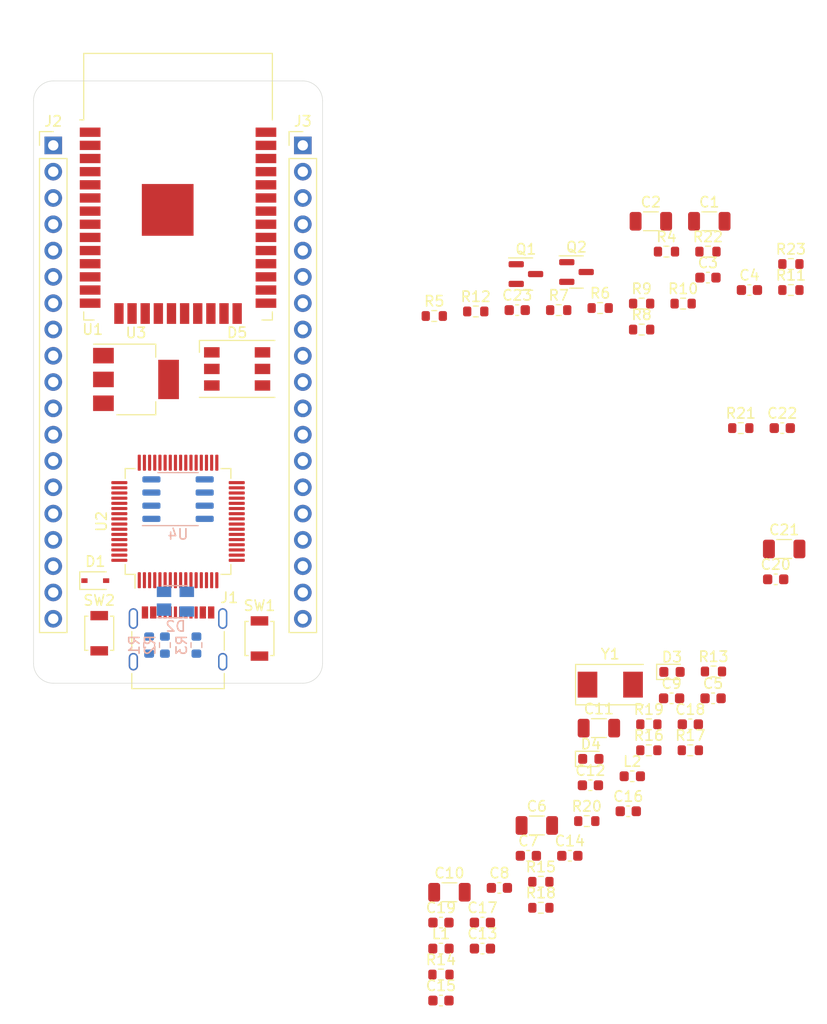
<source format=kicad_pcb>
(kicad_pcb (version 20201220) (generator pcbnew)
  (layers (0 "F.Cu" signal) (31 "B.Cu" signal) (34 "B.Paste" user) (35 "F.Paste" user) (36 "B.SilkS" user "B.Silkscreen") (37 "F.SilkS" user "F.Silkscreen") (38 "B.Mask" user) (39 "F.Mask" user) (44 "Edge.Cuts" user))
  (net 0 "")
  (net 1 "GND")
  (net 2 "+5V")
  (net 3 "+3V3")
  (net 4 "Net-(J1-PadA5)")
  (net 5 "/IO0")
  (net 6 "/EN")
  (net 7 "/USB to JTAG + UART/VPLL")
  (net 8 "Net-(C8-Pad2)")
  (net 9 "Net-(C9-Pad2)")
  (net 10 "Net-(J1-PadB5)")
  (net 11 "Net-(J1-PadS1)")
  (net 12 "/USB to JTAG + UART/VPHY")
  (net 13 "/USB to JTAG + UART/VREG")
  (net 14 "Net-(C23-Pad1)")
  (net 15 "/VBUS")
  (net 16 "/USB_D-")
  (net 17 "/USB_D+")
  (net 18 "Net-(D3-Pad1)")
  (net 19 "Net-(D4-Pad1)")
  (net 20 "no_connect_74")
  (net 21 "Net-(D5-Pad2)")
  (net 22 "no_connect_75")
  (net 23 "no_connect_76")
  (net 24 "/CMD")
  (net 25 "/SD3")
  (net 26 "/SD2")
  (net 27 "/IO13")
  (net 28 "/IO12")
  (net 29 "/IO14")
  (net 30 "/IO27")
  (net 31 "/IO26")
  (net 32 "/IO25")
  (net 33 "/IO33")
  (net 34 "/IO32")
  (net 35 "/IO35")
  (net 36 "/IO34")
  (net 37 "/SENSOR_VN")
  (net 38 "/SENSOR_VP")
  (net 39 "/CLK")
  (net 40 "/SD0")
  (net 41 "/SD1")
  (net 42 "/IO15")
  (net 43 "/IO2")
  (net 44 "/IO4")
  (net 45 "/IO16")
  (net 46 "/IO17")
  (net 47 "/IO5")
  (net 48 "/IO18")
  (net 49 "/IO19")
  (net 50 "/IO21")
  (net 51 "/RXD0")
  (net 52 "/TXD0")
  (net 53 "/IO22")
  (net 54 "/IO23")
  (net 55 "/~RTS")
  (net 56 "Net-(Q1-Pad1)")
  (net 57 "/~DTR")
  (net 58 "Net-(Q2-Pad1)")
  (net 59 "/TXD")
  (net 60 "/RXD")
  (net 61 "/TDI")
  (net 62 "/TDO")
  (net 63 "/TMS")
  (net 64 "/TCK")
  (net 65 "/~TRST")
  (net 66 "/USB to JTAG + UART/EECS")
  (net 67 "/USB to JTAG + UART/EECLK")
  (net 68 "Net-(R15-Pad2)")
  (net 69 "/USB to JTAG + UART/EEDATA")
  (net 70 "Net-(R17-Pad2)")
  (net 71 "Net-(R18-Pad2)")
  (net 72 "/USB to JTAG + UART/~RXLED")
  (net 73 "no_connect_95")
  (net 74 "no_connect_94")
  (net 75 "no_connect_93")
  (net 76 "no_connect_92")
  (net 77 "no_connect_91")
  (net 78 "no_connect_90")
  (net 79 "no_connect_89")
  (net 80 "/~RI")
  (net 81 "/~DCD")
  (net 82 "/~DSR")
  (net 83 "/~CTS")
  (net 84 "no_connect_88")
  (net 85 "no_connect_87")
  (net 86 "no_connect_86")
  (net 87 "no_connect_85")
  (net 88 "no_connect_84")
  (net 89 "no_connect_83")
  (net 90 "no_connect_82")
  (net 91 "no_connect_81")
  (net 92 "no_connect_80")
  (net 93 "no_connect_79")
  (net 94 "no_connect_78")
  (net 95 "no_connect_77")
  (footprint "RF_Module:ESP32-WROOM-32" (layer "F.Cu") (at 67.31 57.785)
    (fp_text reference "U1" (at -8.255 10.795 180) (layer "F.SilkS"))
    (fp_text value "ESP32-WROOM-32")
    (pad "1" smd rect (at -8.5 -8.255) (size 2 0.9) (layers "F.Cu" "F.Paste" "F.Mask") (net 1 "GND"))
    (pad "2" smd rect (at -8.5 -6.985) (size 2 0.9) (layers "F.Cu" "F.Paste" "F.Mask") (net 3 "+3V3"))
    (pad "3" smd rect (at -8.5 -5.715) (size 2 0.9) (layers "F.Cu" "F.Paste" "F.Mask") (net 6 "/EN"))
    (pad "4" smd rect (at -8.5 -4.445) (size 2 0.9) (layers "F.Cu" "F.Paste" "F.Mask") (net 38 "/SENSOR_VP"))
    (pad "5" smd rect (at -8.5 -3.175) (size 2 0.9) (layers "F.Cu" "F.Paste" "F.Mask") (net 37 "/SENSOR_VN"))
    (pad "6" smd rect (at -8.5 -1.905) (size 2 0.9) (layers "F.Cu" "F.Paste" "F.Mask") (net 36 "/IO34"))
    (pad "7" smd rect (at -8.5 -0.635) (size 2 0.9) (layers "F.Cu" "F.Paste" "F.Mask") (net 35 "/IO35"))
    (pad "8" smd rect (at -8.5 0.635) (size 2 0.9) (layers "F.Cu" "F.Paste" "F.Mask") (net 34 "/IO32"))
    (pad "9" smd rect (at -8.5 1.905) (size 2 0.9) (layers "F.Cu" "F.Paste" "F.Mask") (net 33 "/IO33"))
    (pad "10" smd rect (at -8.5 3.175) (size 2 0.9) (layers "F.Cu" "F.Paste" "F.Mask") (net 32 "/IO25"))
    (pad "11" smd rect (at -8.5 4.445) (size 2 0.9) (layers "F.Cu" "F.Paste" "F.Mask") (net 31 "/IO26"))
    (pad "12" smd rect (at -8.5 5.715) (size 2 0.9) (layers "F.Cu" "F.Paste" "F.Mask") (net 30 "/IO27"))
    (pad "13" smd rect (at -8.5 6.985) (size 2 0.9) (layers "F.Cu" "F.Paste" "F.Mask") (net 29 "/IO14"))
    (pad "14" smd rect (at -8.5 8.255) (size 2 0.9) (layers "F.Cu" "F.Paste" "F.Mask") (net 28 "/IO12"))
    (pad "15" smd rect (at -5.715 9.255 90) (size 2 0.9) (layers "F.Cu" "F.Paste" "F.Mask") (net 1 "GND"))
    (pad "16" smd rect (at -4.445 9.255 90) (size 2 0.9) (layers "F.Cu" "F.Paste" "F.Mask") (net 27 "/IO13"))
    (pad "17" smd rect (at -3.175 9.255 90) (size 2 0.9) (layers "F.Cu" "F.Paste" "F.Mask") (net 26 "/SD2"))
    (pad "18" smd rect (at -1.905 9.255 90) (size 2 0.9) (layers "F.Cu" "F.Paste" "F.Mask") (net 25 "/SD3"))
    (pad "19" smd rect (at -0.635 9.255 90) (size 2 0.9) (layers "F.Cu" "F.Paste" "F.Mask") (net 24 "/CMD"))
    (pad "20" smd rect (at 0.635 9.255 90) (size 2 0.9) (layers "F.Cu" "F.Paste" "F.Mask") (net 39 "/CLK"))
    (pad "21" smd rect (at 1.905 9.255 90) (size 2 0.9) (layers "F.Cu" "F.Paste" "F.Mask") (net 40 "/SD0"))
    (pad "22" smd rect (at 3.175 9.255 90) (size 2 0.9) (layers "F.Cu" "F.Paste" "F.Mask") (net 41 "/SD1"))
    (pad "23" smd rect (at 4.445 9.255 90) (size 2 0.9) (layers "F.Cu" "F.Paste" "F.Mask") (net 42 "/IO15"))
    (pad "24" smd rect (at 5.715 9.255 90) (size 2 0.9) (layers "F.Cu" "F.Paste" "F.Mask") (net 43 "/IO2"))
    (pad "25" smd rect (at 8.5 8.255) (size 2 0.9) (layers "F.Cu" "F.Paste" "F.Mask") (net 5 "/IO0"))
    (pad "26" smd rect (at 8.5 6.985) (size 2 0.9) (layers "F.Cu" "F.Paste" "F.Mask") (net 44 "/IO4"))
    (pad "27" smd rect (at 8.5 5.715) (size 2 0.9) (layers "F.Cu" "F.Paste" "F.Mask") (net 45 "/IO16"))
    (pad "28" smd rect (at 8.5 4.445) (size 2 0.9) (layers "F.Cu" "F.Paste" "F.Mask") (net 46 "/IO17"))
    (pad "29" smd rect (at 8.5 3.175) (size 2 0.9) (layers "F.Cu" "F.Paste" "F.Mask") (net 47 "/IO5"))
    (pad "30" smd rect (at 8.5 1.905) (size 2 0.9) (layers "F.Cu" "F.Paste" "F.Mask") (net 48 "/IO18"))
    (pad "31" smd rect (at 8.5 0.635) (size 2 0.9) (layers "F.Cu" "F.Paste" "F.Mask") (net 49 "/IO19"))
    (pad "32" smd rect (at 8.5 -0.635) (size 2 0.9) (layers "F.Cu" "F.Paste" "F.Mask"))
    (pad "33" smd rect (at 8.5 -1.905) (size 2 0.9) (layers "F.Cu" "F.Paste" "F.Mask") (net 50 "/IO21"))
    (pad "34" smd rect (at 8.5 -3.175) (size 2 0.9) (layers "F.Cu" "F.Paste" "F.Mask") (net 51 "/RXD0"))
    (pad "35" smd rect (at 8.5 -4.445) (size 2 0.9) (layers "F.Cu" "F.Paste" "F.Mask") (net 52 "/TXD0"))
    (pad "36" smd rect (at 8.5 -5.715) (size 2 0.9) (layers "F.Cu" "F.Paste" "F.Mask") (net 53 "/IO22"))
    (pad "37" smd rect (at 8.5 -6.985) (size 2 0.9) (layers "F.Cu" "F.Paste" "F.Mask") (net 54 "/IO23"))
    (pad "38" smd rect (at 8.5 -8.255) (size 2 0.9) (layers "F.Cu" "F.Paste" "F.Mask") (net 1 "GND"))
    (pad "39" smd rect (at -1 -0.755) (size 5 5) (layers "F.Cu" "F.Paste" "F.Mask") (net 1 "GND"))
  )
  (footprint "Capacitor_SMD:C_1206_3216Metric" (layer "F.Cu") (at 113.025 58.13)
    (fp_text reference "C2" (at 0 -1.85) (layer "F.SilkS"))
    (fp_text value "10uF/25V")
    (pad "1" smd roundrect (at -1.475 0) (size 1.15 1.8) (layers "F.Cu" "F.Paste" "F.Mask") (roundrect_rratio 0.217391) (net 3 "+3V3"))
    (pad "2" smd roundrect (at 1.475 0) (size 1.15 1.8) (layers "F.Cu" "F.Paste" "F.Mask") (roundrect_rratio 0.217391) (net 1 "GND"))
  )
  (footprint "Package_TO_SOT_SMD:SOT-23" (layer "F.Cu") (at 105.835 63.03)
    (fp_text reference "Q2" (at 0 -2.4) (layer "F.SilkS"))
    (fp_text value "SS8050-G")
    (pad "1" smd roundrect (at -0.9375 -0.95) (size 1.475 0.6) (layers "F.Cu" "F.Paste" "F.Mask") (net 58 "Net-(Q2-Pad1)"))
    (pad "2" smd roundrect (at -0.9375 0.95) (size 1.475 0.6) (layers "F.Cu" "F.Paste" "F.Mask") (net 57 "/~DTR"))
    (pad "3" smd roundrect (at 0.9375 0) (size 1.475 0.6) (layers "F.Cu" "F.Paste" "F.Mask") (net 5 "/IO0"))
  )
  (footprint "Resistor_SMD:R_0603_1608Metric" (layer "F.Cu") (at 118.545 61.06)
    (fp_text reference "R22" (at 0 -1.43) (layer "F.SilkS"))
    (fp_text value "150")
    (pad "1" smd roundrect (at -0.825 0) (size 0.8 0.95) (layers "F.Cu" "F.Paste" "F.Mask") (net 2 "+5V"))
    (pad "2" smd roundrect (at 0.825 0) (size 0.8 0.95) (layers "F.Cu" "F.Paste" "F.Mask") (net 14 "Net-(C23-Pad1)"))
  )
  (footprint "Resistor_SMD:R_0603_1608Metric" (layer "F.Cu") (at 92.085 67.28)
    (fp_text reference "R5" (at 0 -1.43) (layer "F.SilkS"))
    (fp_text value "10k")
    (pad "1" smd roundrect (at -0.825 0) (size 0.8 0.95) (layers "F.Cu" "F.Paste" "F.Mask") (net 55 "/~RTS"))
    (pad "2" smd roundrect (at 0.825 0) (size 0.8 0.95) (layers "F.Cu" "F.Paste" "F.Mask") (net 58 "Net-(Q2-Pad1)"))
  )
  (footprint "LED_SMD:LED_WS2812_PLCC6_5.0x5.0mm_P1.6mm" (layer "F.Cu") (at 73.025 72.39)
    (fp_text reference "D5" (at 0 -3.5) (layer "F.SilkS"))
    (fp_text value "WS2812")
    (pad "1" smd rect (at -2.45 -1.6) (size 1.5 1) (layers "F.Cu" "F.Paste" "F.Mask") (net 20 "no_connect_74"))
    (pad "2" smd rect (at -2.45 0) (size 1.5 1) (layers "F.Cu" "F.Paste" "F.Mask") (net 21 "Net-(D5-Pad2)"))
    (pad "3" smd rect (at -2.45 1.6) (size 1.5 1) (layers "F.Cu" "F.Paste" "F.Mask") (net 14 "Net-(C23-Pad1)"))
    (pad "4" smd rect (at 2.45 1.6) (size 1.5 1) (layers "F.Cu" "F.Paste" "F.Mask"))
    (pad "5" smd rect (at 2.45 0) (size 1.5 1) (layers "F.Cu" "F.Paste" "F.Mask") (net 2 "+5V"))
    (pad "6" smd rect (at 2.45 -1.6) (size 1.5 1) (layers "F.Cu" "F.Paste" "F.Mask") (net 1 "GND"))
  )
  (footprint "Connector_USB:USB_C_Receptacle_Palconn_UTC16-G" (layer "F.Cu") (at 67.31 98.425)
    (fp_text reference "J1" (at 4.953 -3.937) (layer "F.SilkS"))
    (fp_text value "DX07S016JA1R1500")
    (pad "" np_thru_hole circle (at -2.89 -1.45 180) (size 0.6 0.6) (drill 0.6) (layers *.Cu *.Mask))
    (pad "" np_thru_hole circle (at 2.89 -1.45 180) (size 0.6 0.6) (drill 0.6) (layers *.Cu *.Mask))
    (pad "A1" smd rect (at -3.2 -2.51) (size 0.6 1.16) (layers "F.Cu" "F.Paste" "F.Mask") (net 1 "GND"))
    (pad "A4" smd rect (at -2.4 -2.51) (size 0.6 1.16) (layers "F.Cu" "F.Paste" "F.Mask") (net 15 "/VBUS"))
    (pad "A5" smd rect (at -1.25 -2.51 180) (size 0.3 1.16) (layers "F.Cu" "F.Paste" "F.Mask") (net 4 "Net-(J1-PadA5)"))
    (pad "A6" smd rect (at -0.25 -2.51 180) (size 0.3 1.16) (layers "F.Cu" "F.Paste" "F.Mask") (net 17 "/USB_D+"))
    (pad "A7" smd rect (at 0.25 -2.51 180) (size 0.3 1.16) (layers "F.Cu" "F.Paste" "F.Mask") (net 16 "/USB_D-"))
    (pad "A8" smd rect (at 1.25 -2.51 180) (size 0.3 1.16) (layers "F.Cu" "F.Paste" "F.Mask") (net 22 "no_connect_75"))
    (pad "A9" smd rect (at 2.4 -2.51) (size 0.6 1.16) (layers "F.Cu" "F.Paste" "F.Mask") (net 15 "/VBUS"))
    (pad "A12" smd rect (at 3.2 -2.51) (size 0.6 1.16) (layers "F.Cu" "F.Paste" "F.Mask") (net 1 "GND"))
    (pad "B1" smd rect (at 3.2 -2.51) (size 0.6 1.16) (layers "F.Cu" "F.Paste" "F.Mask") (net 1 "GND"))
    (pad "B4" smd rect (at 2.4 -2.51) (size 0.6 1.16) (layers "F.Cu" "F.Paste" "F.Mask") (net 15 "/VBUS"))
    (pad "B5" smd rect (at 1.75 -2.51 180) (size 0.3 1.16) (layers "F.Cu" "F.Paste" "F.Mask") (net 10 "Net-(J1-PadB5)"))
    (pad "B6" smd rect (at 0.75 -2.51 180) (size 0.3 1.16) (layers "F.Cu" "F.Paste" "F.Mask") (net 17 "/USB_D+"))
    (pad "B7" smd rect (at -0.75 -2.51 180) (size 0.3 1.16) (layers "F.Cu" "F.Paste" "F.Mask") (net 16 "/USB_D-"))
    (pad "B8" smd rect (at -1.75 -2.51 180) (size 0.3 1.16) (layers "F.Cu" "F.Paste" "F.Mask") (net 23 "no_connect_76"))
    (pad "B9" smd rect (at -2.4 -2.51) (size 0.6 1.16) (layers "F.Cu" "F.Paste" "F.Mask") (net 15 "/VBUS"))
    (pad "B12" smd rect (at -3.2 -2.51) (size 0.6 1.16) (layers "F.Cu" "F.Paste" "F.Mask") (net 1 "GND"))
    (pad "S1" thru_hole oval (at 4.32 2.24 90) (size 1.7 0.9) (drill oval 1.4 0.6) (layers *.Cu *.Mask) (net 11 "Net-(J1-PadS1)"))
    (pad "S1" thru_hole oval (at -4.32 2.24 90) (size 1.7 0.9) (drill oval 1.4 0.6) (layers *.Cu *.Mask) (net 11 "Net-(J1-PadS1)"))
    (pad "S1" thru_hole oval (at 4.32 -1.93 90) (size 2 0.9) (drill oval 1.7 0.6) (layers *.Cu *.Mask) (net 11 "Net-(J1-PadS1)"))
    (pad "S1" thru_hole oval (at -4.32 -1.93 90) (size 2 0.9) (drill oval 1.7 0.6) (layers *.Cu *.Mask) (net 11 "Net-(J1-PadS1)"))
  )
  (footprint "Resistor_SMD:R_0603_1608Metric" (layer "F.Cu") (at 112.83 109.22)
    (fp_text reference "R16" (at 0 -1.43) (layer "F.SilkS"))
    (fp_text value "10k")
    (pad "1" smd roundrect (at -0.825 0) (size 0.8 0.95) (layers "F.Cu" "F.Paste" "F.Mask") (net 3 "+3V3"))
    (pad "2" smd roundrect (at 0.825 0) (size 0.8 0.95) (layers "F.Cu" "F.Paste" "F.Mask") (net 68 "Net-(R15-Pad2)"))
  )
  (footprint "Resistor_SMD:R_0603_1608Metric" (layer "F.Cu") (at 112.135 68.59)
    (fp_text reference "R8" (at 0 -1.43) (layer "F.SilkS"))
    (fp_text value "1k")
    (pad "1" smd roundrect (at -0.825 0) (size 0.8 0.95) (layers "F.Cu" "F.Paste" "F.Mask") (net 61 "/TDI"))
    (pad "2" smd roundrect (at 0.825 0) (size 0.8 0.95) (layers "F.Cu" "F.Paste" "F.Mask") (net 28 "/IO12"))
  )
  (footprint "Diode_SMD:D_SOD-323" (layer "F.Cu") (at 59.309 92.837)
    (fp_text reference "D1" (at 0 -1.85) (layer "F.SilkS"))
    (fp_text value "BAT760")
    (pad "1" smd rect (at -1.05 0) (size 0.6 0.45) (layers "F.Cu" "F.Paste" "F.Mask") (net 2 "+5V"))
    (pad "2" smd rect (at 1.05 0) (size 0.6 0.45) (layers "F.Cu" "F.Paste" "F.Mask") (net 15 "/VBUS"))
  )
  (footprint "Capacitor_SMD:C_0603_1608Metric" (layer "F.Cu") (at 96.74 125.86)
    (fp_text reference "C17" (at 0 -1.43) (layer "F.SilkS"))
    (fp_text value "100nF/50V")
    (pad "1" smd roundrect (at -0.775 0) (size 0.9 0.95) (layers "F.Cu" "F.Paste" "F.Mask") (net 3 "+3V3"))
    (pad "2" smd roundrect (at 0.775 0) (size 0.9 0.95) (layers "F.Cu" "F.Paste" "F.Mask") (net 1 "GND"))
  )
  (footprint "Resistor_SMD:R_0603_1608Metric" (layer "F.Cu") (at 119.08 101.61)
    (fp_text reference "R13" (at 0 -1.43) (layer "F.SilkS"))
    (fp_text value "10k")
    (pad "1" smd roundrect (at -0.825 0) (size 0.8 0.95) (layers "F.Cu" "F.Paste" "F.Mask") (net 3 "+3V3"))
    (pad "2" smd roundrect (at 0.825 0) (size 0.8 0.95) (layers "F.Cu" "F.Paste" "F.Mask") (net 66 "/USB to JTAG + UART/EECS"))
  )
  (footprint "Connector_PinHeader_2.54mm:PinHeader_1x19_P2.54mm_Vertical" (layer "F.Cu") (at 79.375 50.8)
    (fp_text reference "J3" (at 0 -2.33) (layer "F.SilkS"))
    (fp_text value "Conn_01x19")
    (pad "1" thru_hole rect (at 0 0) (size 1.7 1.7) (drill 1) (layers *.Cu *.Mask) (net 1 "GND"))
    (pad "2" thru_hole oval (at 0 2.54) (size 1.7 1.7) (drill 1) (layers *.Cu *.Mask) (net 54 "/IO23"))
    (pad "3" thru_hole oval (at 0 5.08) (size 1.7 1.7) (drill 1) (layers *.Cu *.Mask) (net 53 "/IO22"))
    (pad "4" thru_hole oval (at 0 7.62) (size 1.7 1.7) (drill 1) (layers *.Cu *.Mask) (net 52 "/TXD0"))
    (pad "5" thru_hole oval (at 0 10.16) (size 1.7 1.7) (drill 1) (layers *.Cu *.Mask) (net 51 "/RXD0"))
    (pad "6" thru_hole oval (at 0 12.7) (size 1.7 1.7) (drill 1) (layers *.Cu *.Mask) (net 50 "/IO21"))
    (pad "7" thru_hole oval (at 0 15.24) (size 1.7 1.7) (drill 1) (layers *.Cu *.Mask) (net 1 "GND"))
    (pad "8" thru_hole oval (at 0 17.78) (size 1.7 1.7) (drill 1) (layers *.Cu *.Mask) (net 49 "/IO19"))
    (pad "9" thru_hole oval (at 0 20.32) (size 1.7 1.7) (drill 1) (layers *.Cu *.Mask) (net 48 "/IO18"))
    (pad "10" thru_hole oval (at 0 22.86) (size 1.7 1.7) (drill 1) (layers *.Cu *.Mask) (net 47 "/IO5"))
    (pad "11" thru_hole oval (at 0 25.4) (size 1.7 1.7) (drill 1) (layers *.Cu *.Mask) (net 46 "/IO17"))
    (pad "12" thru_hole oval (at 0 27.94) (size 1.7 1.7) (drill 1) (layers *.Cu *.Mask) (net 45 "/IO16"))
    (pad "13" thru_hole oval (at 0 30.48) (size 1.7 1.7) (drill 1) (layers *.Cu *.Mask) (net 44 "/IO4"))
    (pad "14" thru_hole oval (at 0 33.02) (size 1.7 1.7) (drill 1) (layers *.Cu *.Mask) (net 5 "/IO0"))
    (pad "15" thru_hole oval (at 0 35.56) (size 1.7 1.7) (drill 1) (layers *.Cu *.Mask) (net 43 "/IO2"))
    (pad "16" thru_hole oval (at 0 38.1) (size 1.7 1.7) (drill 1) (layers *.Cu *.Mask) (net 42 "/IO15"))
    (pad "17" thru_hole oval (at 0 40.64) (size 1.7 1.7) (drill 1) (layers *.Cu *.Mask) (net 41 "/SD1"))
    (pad "18" thru_hole oval (at 0 43.18) (size 1.7 1.7) (drill 1) (layers *.Cu *.Mask) (net 40 "/SD0"))
    (pad "19" thru_hole oval (at 0 45.72) (size 1.7 1.7) (drill 1) (layers *.Cu *.Mask) (net 39 "/CLK"))
  )
  (footprint "Capacitor_SMD:C_1206_3216Metric" (layer "F.Cu") (at 118.675 58.13)
    (fp_text reference "C1" (at 0 -1.85) (layer "F.SilkS"))
    (fp_text value "10uF/25V")
    (pad "1" smd roundrect (at -1.475 0) (size 1.15 1.8) (layers "F.Cu" "F.Paste" "F.Mask") (roundrect_rratio 0.217391) (net 2 "+5V"))
    (pad "2" smd roundrect (at 1.475 0) (size 1.15 1.8) (layers "F.Cu" "F.Paste" "F.Mask") (roundrect_rratio 0.217391) (net 1 "GND"))
  )
  (footprint "Inductor_SMD:L_0603_1608Metric" (layer "F.Cu") (at 111.23 111.73)
    (fp_text reference "L2" (at 0 -1.43) (layer "F.SilkS"))
    (fp_text value "HZ0805E601R-10")
    (pad "1" smd roundrect (at -0.7875 0) (size 0.875 0.95) (layers "F.Cu" "F.Paste" "F.Mask") (net 3 "+3V3"))
    (pad "2" smd roundrect (at 0.7875 0) (size 0.875 0.95) (layers "F.Cu" "F.Paste" "F.Mask") (net 12 "/USB to JTAG + UART/VPHY"))
  )
  (footprint "Resistor_SMD:R_0603_1608Metric" (layer "F.Cu") (at 112.135 66.08)
    (fp_text reference "R9" (at 0 -1.43) (layer "F.SilkS"))
    (fp_text value "1k")
    (pad "1" smd roundrect (at -0.825 0) (size 0.8 0.95) (layers "F.Cu" "F.Paste" "F.Mask") (net 62 "/TDO"))
    (pad "2" smd roundrect (at 0.825 0) (size 0.8 0.95) (layers "F.Cu" "F.Paste" "F.Mask") (net 42 "/IO15"))
  )
  (footprint "Connector_PinHeader_2.54mm:PinHeader_1x19_P2.54mm_Vertical" (layer "F.Cu") (at 55.245 50.8)
    (fp_text reference "J2" (at 0 -2.33) (layer "F.SilkS"))
    (fp_text value "Conn_01x19")
    (pad "1" thru_hole rect (at 0 0) (size 1.7 1.7) (drill 1) (layers *.Cu *.Mask) (net 3 "+3V3"))
    (pad "2" thru_hole oval (at 0 2.54) (size 1.7 1.7) (drill 1) (layers *.Cu *.Mask) (net 6 "/EN"))
    (pad "3" thru_hole oval (at 0 5.08) (size 1.7 1.7) (drill 1) (layers *.Cu *.Mask) (net 38 "/SENSOR_VP"))
    (pad "4" thru_hole oval (at 0 7.62) (size 1.7 1.7) (drill 1) (layers *.Cu *.Mask) (net 37 "/SENSOR_VN"))
    (pad "5" thru_hole oval (at 0 10.16) (size 1.7 1.7) (drill 1) (layers *.Cu *.Mask) (net 36 "/IO34"))
    (pad "6" thru_hole oval (at 0 12.7) (size 1.7 1.7) (drill 1) (layers *.Cu *.Mask) (net 35 "/IO35"))
    (pad "7" thru_hole oval (at 0 15.24) (size 1.7 1.7) (drill 1) (layers *.Cu *.Mask) (net 34 "/IO32"))
    (pad "8" thru_hole oval (at 0 17.78) (size 1.7 1.7) (drill 1) (layers *.Cu *.Mask) (net 33 "/IO33"))
    (pad "9" thru_hole oval (at 0 20.32) (size 1.7 1.7) (drill 1) (layers *.Cu *.Mask) (net 32 "/IO25"))
    (pad "10" thru_hole oval (at 0 22.86) (size 1.7 1.7) (drill 1) (layers *.Cu *.Mask) (net 31 "/IO26"))
    (pad "11" thru_hole oval (at 0 25.4) (size 1.7 1.7) (drill 1) (layers *.Cu *.Mask) (net 30 "/IO27"))
    (pad "12" thru_hole oval (at 0 27.94) (size 1.7 1.7) (drill 1) (layers *.Cu *.Mask) (net 29 "/IO14"))
    (pad "13" thru_hole oval (at 0 30.48) (size 1.7 1.7) (drill 1) (layers *.Cu *.Mask) (net 28 "/IO12"))
    (pad "14" thru_hole oval (at 0 33.02) (size 1.7 1.7) (drill 1) (layers *.Cu *.Mask) (net 1 "GND"))
    (pad "15" thru_hole oval (at 0 35.56) (size 1.7 1.7) (drill 1) (layers *.Cu *.Mask) (net 27 "/IO13"))
    (pad "16" thru_hole oval (at 0 38.1) (size 1.7 1.7) (drill 1) (layers *.Cu *.Mask) (net 26 "/SD2"))
    (pad "17" thru_hole oval (at 0 40.64) (size 1.7 1.7) (drill 1) (layers *.Cu *.Mask) (net 25 "/SD3"))
    (pad "18" thru_hole oval (at 0 43.18) (size 1.7 1.7) (drill 1) (layers *.Cu *.Mask) (net 24 "/CMD"))
    (pad "19" thru_hole oval (at 0 45.72) (size 1.7 1.7) (drill 1) (layers *.Cu *.Mask) (net 2 "+5V"))
  )
  (footprint "Package_QFP:LQFP-64_10x10mm_P0.5mm" (layer "F.Cu") (at 67.31 87.122 90)
    (fp_text reference "U2" (at 0 -7.4 90) (layer "F.SilkS"))
    (fp_text value "FT2232HL")
    (pad "1" smd roundrect (at -5.675 -3.75 90) (size 1.55 0.3) (layers "F.Cu" "F.Paste" "F.Mask") (net 1 "GND"))
    (pad "2" smd roundrect (at -5.675 -3.25 90) (size 1.55 0.3) (layers "F.Cu" "F.Paste" "F.Mask") (net 8 "Net-(C8-Pad2)"))
    (pad "3" smd roundrect (at -5.675 -2.75 90) (size 1.55 0.3) (layers "F.Cu" "F.Paste" "F.Mask") (net 9 "Net-(C9-Pad2)"))
    (pad "4" smd roundrect (at -5.675 -2.25 90) (size 1.55 0.3) (layers "F.Cu" "F.Paste" "F.Mask") (net 12 "/USB to JTAG + UART/VPHY"))
    (pad "5" smd roundrect (at -5.675 -1.75 90) (size 1.55 0.3) (layers "F.Cu" "F.Paste" "F.Mask") (net 1 "GND"))
    (pad "6" smd roundrect (at -5.675 -1.25 90) (size 1.55 0.3) (layers "F.Cu" "F.Paste" "F.Mask") (net 70 "Net-(R17-Pad2)"))
    (pad "7" smd roundrect (at -5.675 -0.75 90) (size 1.55 0.3) (layers "F.Cu" "F.Paste" "F.Mask") (net 16 "/USB_D-"))
    (pad "8" smd roundrect (at -5.675 -0.25 90) (size 1.55 0.3) (layers "F.Cu" "F.Paste" "F.Mask") (net 17 "/USB_D+"))
    (pad "9" smd roundrect (at -5.675 0.25 90) (size 1.55 0.3) (layers "F.Cu" "F.Paste" "F.Mask") (net 7 "/USB to JTAG + UART/VPLL"))
    (pad "10" smd roundrect (at -5.675 0.75 90) (size 1.55 0.3) (layers "F.Cu" "F.Paste" "F.Mask") (net 1 "GND"))
    (pad "11" smd roundrect (at -5.675 1.25 90) (size 1.55 0.3) (layers "F.Cu" "F.Paste" "F.Mask") (net 1 "GND"))
    (pad "12" smd roundrect (at -5.675 1.75 90) (size 1.55 0.3) (layers "F.Cu" "F.Paste" "F.Mask") (net 13 "/USB to JTAG + UART/VREG"))
    (pad "13" smd roundrect (at -5.675 2.25 90) (size 1.55 0.3) (layers "F.Cu" "F.Paste" "F.Mask") (net 1 "GND"))
    (pad "14" smd roundrect (at -5.675 2.75 90) (size 1.55 0.3) (layers "F.Cu" "F.Paste" "F.Mask") (net 71 "Net-(R18-Pad2)"))
    (pad "15" smd roundrect (at -5.675 3.25 90) (size 1.55 0.3) (layers "F.Cu" "F.Paste" "F.Mask") (net 1 "GND"))
    (pad "16" smd roundrect (at -5.675 3.75 90) (size 1.55 0.3) (layers "F.Cu" "F.Paste" "F.Mask") (net 64 "/TCK"))
    (pad "17" smd roundrect (at -3.75 5.675 90) (size 0.3 1.55) (layers "F.Cu" "F.Paste" "F.Mask") (net 61 "/TDI"))
    (pad "18" smd roundrect (at -3.25 5.675 90) (size 0.3 1.55) (layers "F.Cu" "F.Paste" "F.Mask") (net 62 "/TDO"))
    (pad "19" smd roundrect (at -2.75 5.675 90) (size 0.3 1.55) (layers "F.Cu" "F.Paste" "F.Mask") (net 63 "/TMS"))
    (pad "20" smd roundrect (at -2.25 5.675 90) (size 0.3 1.55) (layers "F.Cu" "F.Paste" "F.Mask") (net 3 "+3V3"))
    (pad "21" smd roundrect (at -1.75 5.675 90) (size 0.3 1.55) (layers "F.Cu" "F.Paste" "F.Mask") (net 95 "no_connect_77"))
    (pad "22" smd roundrect (at -1.25 5.675 90) (size 0.3 1.55) (layers "F.Cu" "F.Paste" "F.Mask") (net 65 "/~TRST"))
    (pad "23" smd roundrect (at -0.75 5.675 90) (size 0.3 1.55) (layers "F.Cu" "F.Paste" "F.Mask") (net 94 "no_connect_78"))
    (pad "24" smd roundrect (at -0.25 5.675 90) (size 0.3 1.55) (layers "F.Cu" "F.Paste" "F.Mask") (net 93 "no_connect_79"))
    (pad "25" smd roundrect (at 0.25 5.675 90) (size 0.3 1.55) (layers "F.Cu" "F.Paste" "F.Mask") (net 1 "GND"))
    (pad "26" smd roundrect (at 0.75 5.675 90) (size 0.3 1.55) (layers "F.Cu" "F.Paste" "F.Mask") (net 92 "no_connect_80"))
    (pad "27" smd roundrect (at 1.25 5.675 90) (size 0.3 1.55) (layers "F.Cu" "F.Paste" "F.Mask") (net 91 "no_connect_81"))
    (pad "28" smd roundrect (at 1.75 5.675 90) (size 0.3 1.55) (layers "F.Cu" "F.Paste" "F.Mask") (net 90 "no_connect_82"))
    (pad "29" smd roundrect (at 2.25 5.675 90) (size 0.3 1.55) (layers "F.Cu" "F.Paste" "F.Mask") (net 89 "no_connect_83"))
    (pad "30" smd roundrect (at 2.75 5.675 90) (size 0.3 1.55) (layers "F.Cu" "F.Paste" "F.Mask") (net 88 "no_connect_84"))
    (pad "31" smd roundrect (at 3.25 5.675 90) (size 0.3 1.55) (layers "F.Cu" "F.Paste" "F.Mask") (net 3 "+3V3"))
    (pad "32" smd roundrect (at 3.75 5.675 90) (size 0.3 1.55) (layers "F.Cu" "F.Paste" "F.Mask") (net 87 "no_connect_85"))
    (pad "33" smd roundrect (at 5.675 3.75 90) (size 1.55 0.3) (layers "F.Cu" "F.Paste" "F.Mask") (net 86 "no_connect_86"))
    (pad "34" smd roundrect (at 5.675 3.25 90) (size 1.55 0.3) (layers "F.Cu" "F.Paste" "F.Mask") (net 85 "no_connect_87"))
    (pad "35" smd roundrect (at 5.675 2.75 90) (size 1.55 0.3) (layers "F.Cu" "F.Paste" "F.Mask") (net 1 "GND"))
    (pad "36" smd roundrect (at 5.675 2.25 90) (size 1.55 0.3) (layers "F.Cu" "F.Paste" "F.Mask") (net 84 "no_connect_88"))
    (pad "37" smd roundrect (at 5.675 1.75 90) (size 1.55 0.3) (layers "F.Cu" "F.Paste" "F.Mask") (net 13 "/USB to JTAG + UART/VREG"))
    (pad "38" smd roundrect (at 5.675 1.25 90) (size 1.55 0.3) (layers "F.Cu" "F.Paste" "F.Mask") (net 59 "/TXD"))
    (pad "39" smd roundrect (at 5.675 0.75 90) (size 1.55 0.3) (layers "F.Cu" "F.Paste" "F.Mask") (net 60 "/RXD"))
    (pad "40" smd roundrect (at 5.675 0.25 90) (size 1.55 0.3) (layers "F.Cu" "F.Paste" "F.Mask") (net 55 "/~RTS"))
    (pad "41" smd roundrect (at 5.675 -0.25 90) (size 1.55 0.3) (layers "F.Cu" "F.Paste" "F.Mask") (net 83 "/~CTS"))
    (pad "42" smd roundrect (at 5.675 -0.75 90) (size 1.55 0.3) (layers "F.Cu" "F.Paste" "F.Mask") (net 3 "+3V3"))
    (pad "43" smd roundrect (at 5.675 -1.25 90) (size 1.55 0.3) (layers "F.Cu" "F.Paste" "F.Mask") (net 57 "/~DTR"))
    (pad "44" smd roundrect (at 5.675 -1.75 90) (size 1.55 0.3) (layers "F.Cu" "F.Paste" "F.Mask") (net 82 "/~DSR"))
    (pad "45" smd roundrect (at 5.675 -2.25 90) (size 1.55 0.3) (layers "F.Cu" "F.Paste" "F.Mask") (net 81 "/~DCD"))
    (pad "46" smd roundrect (at 5.675 -2.75 90) (size 1.55 0.3) (layers "F.Cu" "F.Paste" "F.Mask") (net 80 "/~RI"))
    (pad "47" smd roundrect (at 5.675 -3.25 90) (size 1.55 0.3) (layers "F.Cu" "F.Paste" "F.Mask") (net 1 "GND"))
    (pad "48" smd roundrect (at 5.675 -3.75 90) (size 1.55 0.3) (layers "F.Cu" "F.Paste" "F.Mask") (net 79 "no_connect_89"))
    (pad "49" smd roundrect (at 3.75 -5.675 90) (size 0.3 1.55) (layers "F.Cu" "F.Paste" "F.Mask") (net 13 "/USB to JTAG + UART/VREG"))
    (pad "50" smd roundrect (at 3.25 -5.675 90) (size 0.3 1.55) (layers "F.Cu" "F.Paste" "F.Mask") (net 3 "+3V3"))
    (pad "51" smd roundrect (at 2.75 -5.675 90) (size 0.3 1.55) (layers "F.Cu" "F.Paste" "F.Mask") (net 1 "GND"))
    (pad "52" smd roundrect (at 2.25 -5.675 90) (size 0.3 1.55) (layers "F.Cu" "F.Paste" "F.Mask") (net 78 "no_connect_90"))
    (pad "53" smd roundrect (at 1.75 -5.675 90) (size 0.3 1.55) (layers "F.Cu" "F.Paste" "F.Mask") (net 77 "no_connect_91"))
    (pad "54" smd roundrect (at 1.25 -5.675 90) (size 0.3 1.55) (layers "F.Cu" "F.Paste" "F.Mask") (net 72 "/USB to JTAG + UART/~RXLED"))
    (pad "55" smd roundrect (at 0.75 -5.675 90) (size 0.3 1.55) (layers "F.Cu" "F.Paste" "F.Mask") (net 72 "/USB to JTAG + UART/~RXLED"))
    (pad "56" smd roundrect (at 0.25 -5.675 90) (size 0.3 1.55) (layers "F.Cu" "F.Paste" "F.Mask") (net 3 "+3V3"))
    (pad "57" smd roundrect (at -0.25 -5.675 90) (size 0.3 1.55) (layers "F.Cu" "F.Paste" "F.Mask") (net 76 "no_connect_92"))
    (pad "58" smd roundrect (at -0.75 -5.675 90) (size 0.3 1.55) (layers "F.Cu" "F.Paste" "F.Mask") (net 75 "no_connect_93"))
    (pad "59" smd roundrect (at -1.25 -5.675 90) (size 0.3 1.55) (layers "F.Cu" "F.Paste" "F.Mask") (net 74 "no_connect_94"))
    (pad "60" smd roundrect (at -1.75 -5.675 90) (size 0.3 1.55) (layers "F.Cu" "F.Paste" "F.Mask") (net 73 "no_connect_95"))
    (pad "61" smd roundrect (at -2.25 -5.675 90) (size 0.3 1.55) (layers "F.Cu" "F.Paste" "F.Mask") (net 69 "/USB to JTAG + UART/EEDATA"))
    (pad "62" smd roundrect (at -2.75 -5.675 90) (size 0.3 1.55) (layers "F.Cu" "F.Paste" "F.Mask") (net 67 "/USB to JTAG + UART/EECLK"))
    (pad "63" smd roundrect (at -3.25 -5.675 90) (size 0.3 1.55) (layers "F.Cu" "F.Paste" "F.Mask") (net 66 "/USB to JTAG + UART/EECS"))
    (pad "64" smd roundrect (at -3.75 -5.675 90) (size 0.3 1.55) (layers "F.Cu" "F.Paste" "F.Mask") (net 13 "/USB to JTAG + UART/VREG"))
  )
  (footprint "Resistor_SMD:R_0603_1608Metric" (layer "F.Cu") (at 126.565 62.26)
    (fp_text reference "R23" (at 0 -1.43) (layer "F.SilkS"))
    (fp_text value "1k")
    (pad "1" smd roundrect (at -0.825 0) (size 0.8 0.95) (layers "F.Cu" "F.Paste" "F.Mask") (net 44 "/IO4"))
    (pad "2" smd roundrect (at 0.825 0) (size 0.8 0.95) (layers "F.Cu" "F.Paste" "F.Mask") (net 21 "Net-(D5-Pad2)"))
  )
  (footprint "LED_SMD:LED_0603_1608Metric" (layer "F.Cu") (at 115.07 101.65)
    (fp_text reference "D3" (at 0 -1.43) (layer "F.SilkS"))
    (fp_text value "LED")
    (pad "1" smd roundrect (at -0.7875 0) (size 0.875 0.95) (layers "F.Cu" "F.Paste" "F.Mask") (net 18 "Net-(D3-Pad1)"))
    (pad "2" smd roundrect (at 0.7875 0) (size 0.875 0.95) (layers "F.Cu" "F.Paste" "F.Mask") (net 3 "+3V3"))
  )
  (footprint "Resistor_SMD:R_0603_1608Metric" (layer "F.Cu") (at 106.83 116.06)
    (fp_text reference "R20" (at 0 -1.43) (layer "F.SilkS"))
    (fp_text value "2.2k")
    (pad "1" smd roundrect (at -0.825 0) (size 0.8 0.95) (layers "F.Cu" "F.Paste" "F.Mask") (net 72 "/USB to JTAG + UART/~RXLED"))
    (pad "2" smd roundrect (at 0.825 0) (size 0.8 0.95) (layers "F.Cu" "F.Paste" "F.Mask") (net 19 "Net-(D4-Pad1)"))
  )
  (footprint "Capacitor_SMD:C_0603_1608Metric" (layer "F.Cu") (at 100.105 66.71)
    (fp_text reference "C23" (at 0 -1.43) (layer "F.SilkS"))
    (fp_text value "100nF/50V")
    (pad "1" smd roundrect (at -0.775 0) (size 0.9 0.95) (layers "F.Cu" "F.Paste" "F.Mask") (net 14 "Net-(C23-Pad1)"))
    (pad "2" smd roundrect (at 0.775 0) (size 0.9 0.95) (layers "F.Cu" "F.Paste" "F.Mask") (net 1 "GND"))
  )
  (footprint "MountingHole:MountingHole_2.2mm_M2" (layer "F.Cu") (at 79.375 100.838)
    (fp_text reference "H3" hide)
    (fp_text value "MountingHole")
    (pad "1" np_thru_hole circle (at 0 0) (size 2.2 2.2) (drill 2.2) (layers *.Cu *.Mask))
  )
  (footprint "Resistor_SMD:R_0603_1608Metric" (layer "F.Cu") (at 121.72 78.105)
    (fp_text reference "R21" (at 0 -1.43) (layer "F.SilkS"))
    (fp_text value "10k")
    (pad "1" smd roundrect (at -0.825 0) (size 0.8 0.95) (layers "F.Cu" "F.Paste" "F.Mask") (net 3 "+3V3"))
    (pad "2" smd roundrect (at 0.825 0) (size 0.8 0.95) (layers "F.Cu" "F.Paste" "F.Mask") (net 6 "/EN"))
  )
  (footprint "Capacitor_SMD:C_1206_3216Metric" (layer "F.Cu") (at 102 116.48)
    (fp_text reference "C6" (at 0 -1.85) (layer "F.SilkS"))
    (fp_text value "10uF/25V")
    (pad "1" smd roundrect (at -1.475 0) (size 1.15 1.8) (layers "F.Cu" "F.Paste" "F.Mask") (roundrect_rratio 0.217391) (net 7 "/USB to JTAG + UART/VPLL"))
    (pad "2" smd roundrect (at 1.475 0) (size 1.15 1.8) (layers "F.Cu" "F.Paste" "F.Mask") (roundrect_rratio 0.217391) (net 1 "GND"))
  )
  (footprint "LED_SMD:LED_0603_1608Metric" (layer "F.Cu") (at 107.22 110.05)
    (fp_text reference "D4" (at 0 -1.43) (layer "F.SilkS"))
    (fp_text value "LED")
    (pad "1" smd roundrect (at -0.7875 0) (size 0.875 0.95) (layers "F.Cu" "F.Paste" "F.Mask") (net 19 "Net-(D4-Pad1)"))
    (pad "2" smd roundrect (at 0.7875 0) (size 0.875 0.95) (layers "F.Cu" "F.Paste" "F.Mask") (net 3 "+3V3"))
  )
  (footprint "Capacitor_SMD:C_0603_1608Metric" (layer "F.Cu") (at 96.74 128.37)
    (fp_text reference "C13" (at 0 -1.43) (layer "F.SilkS"))
    (fp_text value "100nF/50V")
    (pad "1" smd roundrect (at -0.775 0) (size 0.9 0.95) (layers "F.Cu" "F.Paste" "F.Mask") (net 13 "/USB to JTAG + UART/VREG"))
    (pad "2" smd roundrect (at 0.775 0) (size 0.9 0.95) (layers "F.Cu" "F.Paste" "F.Mask") (net 1 "GND"))
  )
  (footprint "Capacitor_SMD:C_0603_1608Metric" (layer "F.Cu") (at 107.18 112.6)
    (fp_text reference "C12" (at 0 -1.43) (layer "F.SilkS"))
    (fp_text value "100nF/50V")
    (pad "1" smd roundrect (at -0.775 0) (size 0.9 0.95) (layers "F.Cu" "F.Paste" "F.Mask") (net 12 "/USB to JTAG + UART/VPHY"))
    (pad "2" smd roundrect (at 0.775 0) (size 0.9 0.95) (layers "F.Cu" "F.Paste" "F.Mask") (net 1 "GND"))
  )
  (footprint "Button_Switch_SMD:SW_SPST_B3U-1000P" (layer "F.Cu") (at 75.184 98.425 90)
    (fp_text reference "SW1" (at 3.175 0 180) (layer "F.SilkS"))
    (fp_text value "BOOT")
    (pad "1" smd rect (at -1.7 0 90) (size 0.9 1.7) (layers "F.Cu" "F.Paste" "F.Mask") (net 1 "GND"))
    (pad "2" smd rect (at 1.7 0 90) (size 0.9 1.7) (layers "F.Cu" "F.Paste" "F.Mask") (net 5 "/IO0"))
  )
  (footprint "Crystal:Crystal_SMD_0603-2Pin_6.0x3.5mm" (layer "F.Cu") (at 109.1 102.88)
    (fp_text reference "Y1" (at 0 -2.95) (layer "F.SilkS"))
    (fp_text value "12MHz")
    (pad "1" smd rect (at -2.2 0) (size 1.9 2.5) (layers "F.Cu" "F.Paste" "F.Mask") (net 9 "Net-(C9-Pad2)"))
    (pad "2" smd rect (at 2.2 0) (size 1.9 2.5) (layers "F.Cu" "F.Paste" "F.Mask") (net 8 "Net-(C8-Pad2)"))
  )
  (footprint "Capacitor_SMD:C_0603_1608Metric" (layer "F.Cu") (at 115.03 104.2)
    (fp_text reference "C9" (at 0 -1.43) (layer "F.SilkS"))
    (fp_text value "20pF")
    (pad "1" smd roundrect (at -0.775 0) (size 0.9 0.95) (layers "F.Cu" "F.Paste" "F.Mask") (net 1 "GND"))
    (pad "2" smd roundrect (at 0.775 0) (size 0.9 0.95) (layers "F.Cu" "F.Paste" "F.Mask") (net 9 "Net-(C9-Pad2)"))
  )
  (footprint "Capacitor_SMD:C_0603_1608Metric" (layer "F.Cu") (at 116.84 106.71)
    (fp_text reference "C18" (at 0 -1.43) (layer "F.SilkS"))
    (fp_text value "100nF/50V")
    (pad "1" smd roundrect (at -0.775 0) (size 0.9 0.95) (layers "F.Cu" "F.Paste" "F.Mask") (net 3 "+3V3"))
    (pad "2" smd roundrect (at 0.775 0) (size 0.9 0.95) (layers "F.Cu" "F.Paste" "F.Mask") (net 1 "GND"))
  )
  (footprint "Capacitor_SMD:C_0603_1608Metric" (layer "F.Cu") (at 92.73 125.86)
    (fp_text reference "C19" (at 0 -1.43) (layer "F.SilkS"))
    (fp_text value "100nF/50V")
    (pad "1" smd roundrect (at -0.775 0) (size 0.9 0.95) (layers "F.Cu" "F.Paste" "F.Mask") (net 3 "+3V3"))
    (pad "2" smd roundrect (at 0.775 0) (size 0.9 0.95) (layers "F.Cu" "F.Paste" "F.Mask") (net 1 "GND"))
  )
  (footprint "Button_Switch_SMD:SW_SPST_B3U-1000P" (layer "F.Cu") (at 59.69 97.917 90)
    (fp_text reference "SW2" (at 3.175 0 180) (layer "F.SilkS"))
    (fp_text value "RST")
    (pad "1" smd rect (at -1.7 0 90) (size 0.9 1.7) (layers "F.Cu" "F.Paste" "F.Mask") (net 1 "GND"))
    (pad "2" smd rect (at 1.7 0 90) (size 0.9 1.7) (layers "F.Cu" "F.Paste" "F.Mask") (net 6 "/EN"))
  )
  (footprint "Capacitor_SMD:C_0603_1608Metric" (layer "F.Cu") (at 92.73 133.39)
    (fp_text reference "C15" (at 0 -1.43) (layer "F.SilkS"))
    (fp_text value "100nF/50V")
    (pad "1" smd roundrect (at -0.775 0) (size 0.9 0.95) (layers "F.Cu" "F.Paste" "F.Mask") (net 13 "/USB to JTAG + UART/VREG"))
    (pad "2" smd roundrect (at 0.775 0) (size 0.9 0.95) (layers "F.Cu" "F.Paste" "F.Mask") (net 1 "GND"))
  )
  (footprint "Capacitor_SMD:C_1206_3216Metric" (layer "F.Cu") (at 108 107.08)
    (fp_text reference "C11" (at 0 -1.85) (layer "F.SilkS"))
    (fp_text value "10uF/25V")
    (pad "1" smd roundrect (at -1.475 0) (size 1.15 1.8) (layers "F.Cu" "F.Paste" "F.Mask") (roundrect_rratio 0.217391) (net 13 "/USB to JTAG + UART/VREG"))
    (pad "2" smd roundrect (at 1.475 0) (size 1.15 1.8) (layers "F.Cu" "F.Paste" "F.Mask") (roundrect_rratio 0.217391) (net 1 "GND"))
  )
  (footprint "Resistor_SMD:R_0603_1608Metric" (layer "F.Cu") (at 112.83 106.71)
    (fp_text reference "R19" (at 0 -1.43) (layer "F.SilkS"))
    (fp_text value "2.2k")
    (pad "1" smd roundrect (at -0.825 0) (size 0.8 0.95) (layers "F.Cu" "F.Paste" "F.Mask") (net 72 "/USB to JTAG + UART/~RXLED"))
    (pad "2" smd roundrect (at 0.825 0) (size 0.8 0.95) (layers "F.Cu" "F.Paste" "F.Mask") (net 18 "Net-(D3-Pad1)"))
  )
  (footprint "Resistor_SMD:R_0603_1608Metric" (layer "F.Cu") (at 126.565 64.77)
    (fp_text reference "R11" (at 0 -1.43) (layer "F.SilkS"))
    (fp_text value "1k")
    (pad "1" smd roundrect (at -0.825 0) (size 0.8 0.95) (layers "F.Cu" "F.Paste" "F.Mask") (net 64 "/TCK"))
    (pad "2" smd roundrect (at 0.825 0) (size 0.8 0.95) (layers "F.Cu" "F.Paste" "F.Mask") (net 27 "/IO13"))
  )
  (footprint "Resistor_SMD:R_0603_1608Metric" (layer "F.Cu") (at 96.095 66.84)
    (fp_text reference "R12" (at 0 -1.43) (layer "F.SilkS"))
    (fp_text value "1k")
    (pad "1" smd roundrect (at -0.825 0) (size 0.8 0.95) (layers "F.Cu" "F.Paste" "F.Mask") (net 65 "/~TRST"))
    (pad "2" smd roundrect (at 0.825 0) (size 0.8 0.95) (layers "F.Cu" "F.Paste" "F.Mask") (net 6 "/EN"))
  )
  (footprint "Capacitor_SMD:C_0603_1608Metric" (layer "F.Cu") (at 101.18 119.41)
    (fp_text reference "C7" (at 0 -1.43) (layer "F.SilkS"))
    (fp_text value "100nF/50V")
    (pad "1" smd roundrect (at -0.775 0) (size 0.9 0.95) (layers "F.Cu" "F.Paste" "F.Mask") (net 7 "/USB to JTAG + UART/VPLL"))
    (pad "2" smd roundrect (at 0.775 0) (size 0.9 0.95) (layers "F.Cu" "F.Paste" "F.Mask") (net 1 "GND"))
  )
  (footprint "Resistor_SMD:R_0603_1608Metric" (layer "F.Cu") (at 102.39 121.92)
    (fp_text reference "R15" (at 0 -1.43) (layer "F.SilkS"))
    (fp_text value "2.2k")
    (pad "1" smd roundrect (at -0.825 0) (size 0.8 0.95) (layers "F.Cu" "F.Paste" "F.Mask") (net 69 "/USB to JTAG + UART/EEDATA"))
    (pad "2" smd roundrect (at 0.825 0) (size 0.8 0.95) (layers "F.Cu" "F.Paste" "F.Mask") (net 68 "Net-(R15-Pad2)"))
  )
  (footprint "Resistor_SMD:R_0603_1608Metric" (layer "F.Cu") (at 114.535 61.06)
    (fp_text reference "R4" (at 0 -1.43) (layer "F.SilkS"))
    (fp_text value "10k")
    (pad "1" smd roundrect (at -0.825 0) (size 0.8 0.95) (layers "F.Cu" "F.Paste" "F.Mask") (net 57 "/~DTR"))
    (pad "2" smd roundrect (at 0.825 0) (size 0.8 0.95) (layers "F.Cu" "F.Paste" "F.Mask") (net 56 "Net-(Q1-Pad1)"))
  )
  (footprint "Capacitor_SMD:C_0603_1608Metric" (layer "F.Cu") (at 105.19 119.41)
    (fp_text reference "C14" (at 0 -1.43) (layer "F.SilkS"))
    (fp_text value "100nF/50V")
    (pad "1" smd roundrect (at -0.775 0) (size 0.9 0.95) (layers "F.Cu" "F.Paste" "F.Mask") (net 13 "/USB to JTAG + UART/VREG"))
    (pad "2" smd roundrect (at 0.775 0) (size 0.9 0.95) (layers "F.Cu" "F.Paste" "F.Mask") (net 1 "GND"))
  )
  (footprint "Capacitor_SMD:C_0603_1608Metric" (layer "F.Cu") (at 122.555 64.77)
    (fp_text reference "C4" (at 0 -1.43) (layer "F.SilkS"))
    (fp_text value "100nF/50V")
    (pad "1" smd roundrect (at -0.775 0) (size 0.9 0.95) (layers "F.Cu" "F.Paste" "F.Mask") (net 1 "GND"))
    (pad "2" smd roundrect (at 0.775 0) (size 0.9 0.95) (layers "F.Cu" "F.Paste" "F.Mask") (net 6 "/EN"))
  )
  (footprint "Resistor_SMD:R_0603_1608Metric" (layer "F.Cu") (at 92.73 130.88)
    (fp_text reference "R14" (at 0 -1.43) (layer "F.SilkS"))
    (fp_text value "10k")
    (pad "1" smd roundrect (at -0.825 0) (size 0.8 0.95) (layers "F.Cu" "F.Paste" "F.Mask") (net 3 "+3V3"))
    (pad "2" smd roundrect (at 0.825 0) (size 0.8 0.95) (layers "F.Cu" "F.Paste" "F.Mask") (net 67 "/USB to JTAG + UART/EECLK"))
  )
  (footprint "Resistor_SMD:R_0603_1608Metric" (layer "F.Cu") (at 102.39 124.43)
    (fp_text reference "R18" (at 0 -1.43) (layer "F.SilkS"))
    (fp_text value "1k")
    (pad "1" smd roundrect (at -0.825 0) (size 0.8 0.95) (layers "F.Cu" "F.Paste" "F.Mask") (net 3 "+3V3"))
    (pad "2" smd roundrect (at 0.825 0) (size 0.8 0.95) (layers "F.Cu" "F.Paste" "F.Mask") (net 71 "Net-(R18-Pad2)"))
  )
  (footprint "Inductor_SMD:L_0603_1608Metric" (layer "F.Cu") (at 92.73 128.37)
    (fp_text reference "L1" (at 0 -1.43) (layer "F.SilkS"))
    (fp_text value "HZ0805E601R-10")
    (pad "1" smd roundrect (at -0.7875 0) (size 0.875 0.95) (layers "F.Cu" "F.Paste" "F.Mask") (net 3 "+3V3"))
    (pad "2" smd roundrect (at 0.7875 0) (size 0.875 0.95) (layers "F.Cu" "F.Paste" "F.Mask") (net 7 "/USB to JTAG + UART/VPLL"))
  )
  (footprint "Package_TO_SOT_SMD:SOT-223-3_TabPin2" (layer "F.Cu") (at 63.246 73.406)
    (fp_text reference "U3" (at 0 -4.5) (layer "F.SilkS"))
    (fp_text value "LD1117S33TR_SOT223")
    (pad "1" smd rect (at -3.15 -2.3) (size 2 1.5) (layers "F.Cu" "F.Paste" "F.Mask") (net 1 "GND"))
    (pad "2" smd rect (at 3.15 0) (size 2 3.8) (layers "F.Cu" "F.Paste" "F.Mask") (net 3 "+3V3"))
    (pad "2" smd rect (at -3.15 0) (size 2 1.5) (layers "F.Cu" "F.Paste" "F.Mask") (net 3 "+3V3"))
    (pad "3" smd rect (at -3.15 2.3) (size 2 1.5) (layers "F.Cu" "F.Paste" "F.Mask") (net 2 "+5V"))
  )
  (footprint "MountingHole:MountingHole_2.2mm_M2" (layer "F.Cu") (at 55.245 46.482)
    (fp_text reference "H1" hide)
    (fp_text value "MountingHole")
    (pad "1" np_thru_hole circle (at 0 0) (size 2.2 2.2) (drill 2.2) (layers *.Cu *.Mask))
  )
  (footprint "Package_TO_SOT_SMD:SOT-23" (layer "F.Cu") (at 100.945 63.23)
    (fp_text reference "Q1" (at 0 -2.4) (layer "F.SilkS"))
    (fp_text value "SS8050-G")
    (pad "1" smd roundrect (at -0.9375 -0.95) (size 1.475 0.6) (layers "F.Cu" "F.Paste" "F.Mask") (net 56 "Net-(Q1-Pad1)"))
    (pad "2" smd roundrect (at -0.9375 0.95) (size 1.475 0.6) (layers "F.Cu" "F.Paste" "F.Mask") (net 55 "/~RTS"))
    (pad "3" smd roundrect (at 0.9375 0) (size 1.475 0.6) (layers "F.Cu" "F.Paste" "F.Mask") (net 6 "/EN"))
  )
  (footprint "Capacitor_SMD:C_0603_1608Metric" (layer "F.Cu") (at 125.73 78.105)
    (fp_text reference "C22" (at 0 -1.43) (layer "F.SilkS"))
    (fp_text value "100nF/50V")
    (pad "1" smd roundrect (at -0.775 0) (size 0.9 0.95) (layers "F.Cu" "F.Paste" "F.Mask") (net 3 "+3V3"))
    (pad "2" smd roundrect (at 0.775 0) (size 0.9 0.95) (layers "F.Cu" "F.Paste" "F.Mask") (net 1 "GND"))
  )
  (footprint "Capacitor_SMD:C_0603_1608Metric" (layer "F.Cu") (at 98.38 122.51)
    (fp_text reference "C8" (at 0 -1.43) (layer "F.SilkS"))
    (fp_text value "20pF")
    (pad "1" smd roundrect (at -0.775 0) (size 0.9 0.95) (layers "F.Cu" "F.Paste" "F.Mask") (net 1 "GND"))
    (pad "2" smd roundrect (at 0.775 0) (size 0.9 0.95) (layers "F.Cu" "F.Paste" "F.Mask") (net 8 "Net-(C8-Pad2)"))
  )
  (footprint "Capacitor_SMD:C_0603_1608Metric" (layer "F.Cu") (at 125.095 92.71)
    (fp_text reference "C20" (at 0 -1.43) (layer "F.SilkS"))
    (fp_text value "100nF/50V")
    (pad "1" smd roundrect (at -0.775 0) (size 0.9 0.95) (layers "F.Cu" "F.Paste" "F.Mask") (net 6 "/EN"))
    (pad "2" smd roundrect (at 0.775 0) (size 0.9 0.95) (layers "F.Cu" "F.Paste" "F.Mask") (net 1 "GND"))
  )
  (footprint "Capacitor_SMD:C_0603_1608Metric" (layer "F.Cu") (at 110.84 115.11)
    (fp_text reference "C16" (at 0 -1.43) (layer "F.SilkS"))
    (fp_text value "100nF/50V")
    (pad "1" smd roundrect (at -0.775 0) (size 0.9 0.95) (layers "F.Cu" "F.Paste" "F.Mask") (net 3 "+3V3"))
    (pad "2" smd roundrect (at 0.775 0) (size 0.9 0.95) (layers "F.Cu" "F.Paste" "F.Mask") (net 1 "GND"))
  )
  (footprint "MountingHole:MountingHole_2.2mm_M2" (layer "F.Cu") (at 79.375 46.482)
    (fp_text reference "H2" hide)
    (fp_text value "MountingHole")
    (pad "1" np_thru_hole circle (at 0 0) (size 2.2 2.2) (drill 2.2) (layers *.Cu *.Mask))
  )
  (footprint "Capacitor_SMD:C_0603_1608Metric" (layer "F.Cu") (at 118.545 63.57)
    (fp_text reference "C3" (at 0 -1.43) (layer "F.SilkS"))
    (fp_text value "100nF/50V")
    (pad "1" smd roundrect (at -0.775 0) (size 0.9 0.95) (layers "F.Cu" "F.Paste" "F.Mask") (net 1 "GND"))
    (pad "2" smd roundrect (at 0.775 0) (size 0.9 0.95) (layers "F.Cu" "F.Paste" "F.Mask") (net 5 "/IO0"))
  )
  (footprint "Capacitor_SMD:C_1206_3216Metric" (layer "F.Cu") (at 125.915 89.78)
    (fp_text reference "C21" (at 0 -1.85) (layer "F.SilkS"))
    (fp_text value "10uF/25V")
    (pad "1" smd roundrect (at -1.475 0) (size 1.15 1.8) (layers "F.Cu" "F.Paste" "F.Mask") (roundrect_rratio 0.217391) (net 3 "+3V3"))
    (pad "2" smd roundrect (at 1.475 0) (size 1.15 1.8) (layers "F.Cu" "F.Paste" "F.Mask") (roundrect_rratio 0.217391) (net 1 "GND"))
  )
  (footprint "Resistor_SMD:R_0603_1608Metric" (layer "F.Cu") (at 116.145 66.08)
    (fp_text reference "R10" (at 0 -1.43) (layer "F.SilkS"))
    (fp_text value "1k")
    (pad "1" smd roundrect (at -0.825 0) (size 0.8 0.95) (layers "F.Cu" "F.Paste" "F.Mask") (net 63 "/TMS"))
    (pad "2" smd roundrect (at 0.825 0) (size 0.8 0.95) (layers "F.Cu" "F.Paste" "F.Mask") (net 29 "/IO14"))
  )
  (footprint "Capacitor_SMD:C_0603_1608Metric" (layer "F.Cu") (at 119.04 104.2)
    (fp_text reference "C5" (at 0 -1.43) (layer "F.SilkS"))
    (fp_text value "100nF/50V")
    (pad "1" smd roundrect (at -0.775 0) (size 0.9 0.95) (layers "F.Cu" "F.Paste" "F.Mask") (net 3 "+3V3"))
    (pad "2" smd roundrect (at 0.775 0) (size 0.9 0.95) (layers "F.Cu" "F.Paste" "F.Mask") (net 1 "GND"))
  )
  (footprint "Resistor_SMD:R_0603_1608Metric" (layer "F.Cu") (at 108.125 66.51)
    (fp_text reference "R6" (at 0 -1.43) (layer "F.SilkS"))
    (fp_text value "1k")
    (pad "1" smd roundrect (at -0.825 0) (size 0.8 0.95) (layers "F.Cu" "F.Paste" "F.Mask") (net 59 "/TXD"))
    (pad "2" smd roundrect (at 0.825 0) (size 0.8 0.95) (layers "F.Cu" "F.Paste" "F.Mask") (net 51 "/RXD0"))
  )
  (footprint "Resistor_SMD:R_0603_1608Metric" (layer "F.Cu") (at 104.115 66.71)
    (fp_text reference "R7" (at 0 -1.43) (layer "F.SilkS"))
    (fp_text value "1k")
    (pad "1" smd roundrect (at -0.825 0) (size 0.8 0.95) (layers "F.Cu" "F.Paste" "F.Mask") (net 60 "/RXD"))
    (pad "2" smd roundrect (at 0.825 0) (size 0.8 0.95) (layers "F.Cu" "F.Paste" "F.Mask") (net 52 "/TXD0"))
  )
  (footprint "Resistor_SMD:R_0603_1608Metric" (layer "F.Cu") (at 116.84 109.22)
    (fp_text reference "R17" (at 0 -1.43) (layer "F.SilkS"))
    (fp_text value "12k 1%")
    (pad "1" smd roundrect (at -0.825 0) (size 0.8 0.95) (layers "F.Cu" "F.Paste" "F.Mask") (net 1 "GND"))
    (pad "2" smd roundrect (at 0.825 0) (size 0.8 0.95) (layers "F.Cu" "F.Paste" "F.Mask") (net 70 "Net-(R17-Pad2)"))
  )
  (footprint "Capacitor_SMD:C_1206_3216Metric" (layer "F.Cu") (at 93.55 122.93)
    (fp_text reference "C10" (at 0 -1.85) (layer "F.SilkS"))
    (fp_text value "10uF/25V")
    (pad "1" smd roundrect (at -1.475 0) (size 1.15 1.8) (layers "F.Cu" "F.Paste" "F.Mask") (roundrect_rratio 0.217391) (net 12 "/USB to JTAG + UART/VPHY"))
    (pad "2" smd roundrect (at 1.475 0) (size 1.15 1.8) (layers "F.Cu" "F.Paste" "F.Mask") (roundrect_rratio 0.217391) (net 1 "GND"))
  )
  (footprint "MountingHole:MountingHole_2.2mm_M2" (layer "F.Cu") (at 55.245 100.838)
    (fp_text reference "H4" hide)
    (fp_text value "MountingHole")
    (pad "1" np_thru_hole circle (at 0 0) (size 2.2 2.2) (drill 2.2) (layers *.Cu *.Mask))
  )
  (footprint "Package_TO_SOT_SMD:SOT-143" (layer "B.Cu") (at 67.056 94.869)
    (fp_text reference "D2" (at 0.02 2.38) (layer "B.SilkS") (effects (justify mirror)))
    (fp_text value "PRTR5V0U2X")
    (pad "1" smd rect (at -1.1 0.77 90) (size 1.2 1.4) (layers "B.Cu" "B.Paste" "B.Mask") (net 1 "GND"))
    (pad "2" smd rect (at -1.1 -0.95 90) (size 1 1.4) (layers "B.Cu" "B.Paste" "B.Mask") (net 17 "/USB_D+"))
    (pad "3" smd rect (at 1.1 -0.95 90) (size 1 1.4) (layers "B.Cu" "B.Paste" "B.Mask") (net 16 "/USB_D-"))
    (pad "4" smd rect (at 1.1 0.95 90) (size 1 1.4) (layers "B.Cu" "B.Paste" "B.Mask") (net 15 "/VBUS"))
  )
  (footprint "Resistor_SMD:R_0603_1608Metric" (layer "B.Cu") (at 69.088 99.06 -90)
    (fp_text reference "R3" (at 0 1.43 -90) (layer "B.SilkS") (effects (justify mirror)))
    (fp_text value "5.1k")
    (pad "1" smd roundrect (at -0.825 0 270) (size 0.8 0.95) (layers "B.Cu" "B.Paste" "B.Mask") (net 10 "Net-(J1-PadB5)"))
    (pad "2" smd roundrect (at 0.825 0 270) (size 0.8 0.95) (layers "B.Cu" "B.Paste" "B.Mask") (net 1 "GND"))
  )
  (footprint "Resistor_SMD:R_0603_1608Metric" (layer "B.Cu") (at 66.04 99.06 -90)
    (fp_text reference "R2" (at 0 1.43 90) (layer "B.SilkS") (effects (justify mirror)))
    (fp_text value "5.1k")
    (pad "1" smd roundrect (at -0.825 0 270) (size 0.8 0.95) (layers "B.Cu" "B.Paste" "B.Mask") (net 4 "Net-(J1-PadA5)"))
    (pad "2" smd roundrect (at 0.825 0 270) (size 0.8 0.95) (layers "B.Cu" "B.Paste" "B.Mask") (net 1 "GND"))
  )
  (footprint "Package_SO:SO-8_3.9x4.9mm_P1.27mm" (layer "B.Cu") (at 67.31 84.963)
    (fp_text reference "U4" (at 0 3.4) (layer "B.SilkS") (effects (justify mirror)))
    (fp_text value "93C46")
    (pad "1" smd roundrect (at -2.575 1.905) (size 1.75 0.6) (layers "B.Cu" "B.Paste" "B.Mask") (net 66 "/USB to JTAG + UART/EECS"))
    (pad "2" smd roundrect (at -2.575 0.635) (size 1.75 0.6) (layers "B.Cu" "B.Paste" "B.Mask") (net 67 "/USB to JTAG + UART/EECLK"))
    (pad "3" smd roundrect (at -2.575 -0.635) (size 1.75 0.6) (layers "B.Cu" "B.Paste" "B.Mask") (net 69 "/USB to JTAG + UART/EEDATA"))
    (pad "4" smd roundrect (at -2.575 -1.905) (size 1.75 0.6) (layers "B.Cu" "B.Paste" "B.Mask") (net 68 "Net-(R15-Pad2)"))
    (pad "5" smd roundrect (at 2.575 -1.905) (size 1.75 0.6) (layers "B.Cu" "B.Paste" "B.Mask") (net 1 "GND"))
    (pad "6" smd roundrect (at 2.575 -0.635) (size 1.75 0.6) (layers "B.Cu" "B.Paste" "B.Mask") (net 3 "+3V3"))
    (pad "7" smd roundrect (at 2.575 0.635) (size 1.75 0.6) (layers "B.Cu" "B.Paste" "B.Mask"))
    (pad "8" smd roundrect (at 2.575 1.905) (size 1.75 0.6) (layers "B.Cu" "B.Paste" "B.Mask") (net 3 "+3V3"))
  )
  (footprint "Resistor_SMD:R_0603_1608Metric" (layer "B.Cu") (at 64.516 99.06 -90)
    (fp_text reference "R1" (at 0 1.43 90) (layer "B.SilkS") (effects (justify mirror)))
    (fp_text value "1M")
    (pad "1" smd roundrect (at -0.825 0 270) (size 0.8 0.95) (layers "B.Cu" "B.Paste" "B.Mask") (net 11 "Net-(J1-PadS1)"))
    (pad "2" smd roundrect (at 0.825 0 270) (size 0.8 0.95) (layers "B.Cu" "B.Paste" "B.Mask") (net 1 "GND"))
  )
  (gr_line (start 55.245 44.577) (end 79.375 44.577) (layer "Edge.Cuts") (width 0.05))
  (gr_arc (start 79.375 46.482) (end 81.28 46.482) (angle -90) (layer "Edge.Cuts") (width 0.05))
  (gr_line (start 53.34 100.838) (end 53.34 46.482) (layer "Edge.Cuts") (width 0.05))
  (gr_arc (start 79.375 100.838) (end 79.375 102.743) (angle -90) (layer "Edge.Cuts") (width 0.05))
  (gr_arc (start 55.245 100.838) (end 53.34 100.838) (angle -90) (layer "Edge.Cuts") (width 0.05))
  (gr_line (start 55.245 102.743) (end 79.375 102.743) (layer "Edge.Cuts") (width 0.05))
  (gr_arc (start 55.245 46.482) (end 55.245 44.577) (angle -90) (layer "Edge.Cuts") (width 0.05))
  (gr_line (start 81.28 46.482) (end 81.28 100.838) (layer "Edge.Cuts") (width 0.05))
)
</source>
